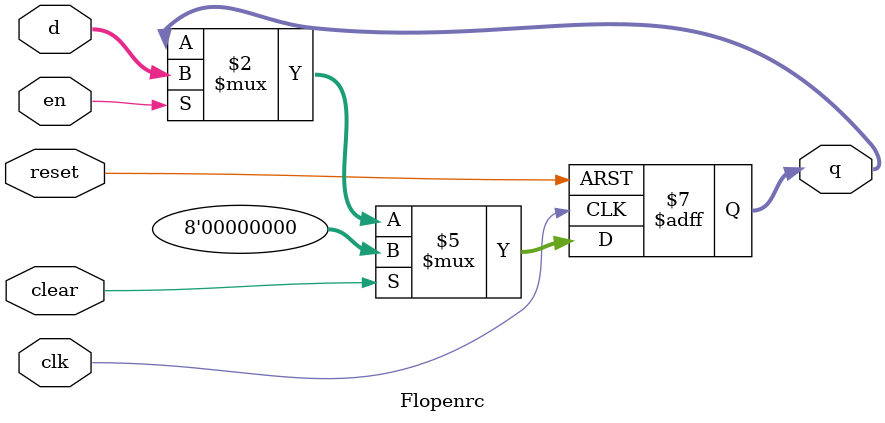
<source format=v>
`timescale 1ns / 1ps

module Flopenrc 
#(parameter WIDTH = 8)
(
	input                  clk, reset,
	input                  en, clear,
	input      [WIDTH-1:0] d, 
	output reg [WIDTH-1:0] q
);
 
always @(posedge clk, posedge reset)
    if      (reset) q <= #1 0;
    else if (clear) q <= #1 0;
    else if (en)    q <= #1 d;

endmodule
</source>
